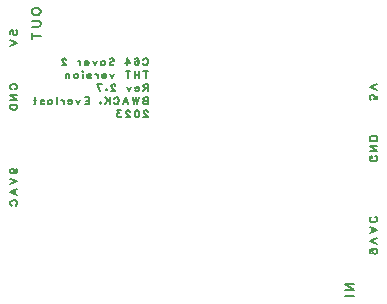
<source format=gbo>
G04 Layer: BottomSilkscreenLayer*
G04 EasyEDA Pro v2.0.34.720dcead, 2023-10-18 14:17:13*
G04 Gerber Generator version 0.3*
G04 Scale: 100 percent, Rotated: No, Reflected: No*
G04 Dimensions in millimeters*
G04 Leading zeros omitted, absolute positions, 3 integers and 3 decimals*
%FSLAX33Y33*%
%MOMM*%
%ADD10C,0.15*%
G75*


G04 Text Start*
G04 //text: 9VAC*
G54D10*
G01X177822Y-106326D02*
G01X177731Y-106357D01*
G01X177672Y-106415D01*
G01X177642Y-106504D01*
G01Y-106534D01*
G01X177672Y-106623D01*
G01X177731Y-106682D01*
G01X177822Y-106712D01*
G01X177850D01*
G01X177939Y-106682D01*
G01X178000Y-106623D01*
G01X178028Y-106534D01*
G01Y-106504D01*
G01X178000Y-106415D01*
G01X177939Y-106357D01*
G01X177822Y-106326D01*
G01X177672D01*
G01X177525Y-106357D01*
G01X177436Y-106415D01*
G01X177406Y-106504D01*
G01Y-106565D01*
G01X177436Y-106654D01*
G01X177495Y-106682D01*
G01X178028Y-105884D02*
G01X177406Y-105645D01*
G01X178028Y-105409D02*
G01X177406Y-105645D01*
G01X178028Y-104728D02*
G01X177406Y-104967D01*
G01X178028Y-104728D02*
G01X177406Y-104492D01*
G01X177614Y-104878D02*
G01X177614Y-104581D01*
G01X177881Y-103603D02*
G01X177939Y-103634D01*
G01X178000Y-103692D01*
G01X178028Y-103751D01*
G01Y-103870D01*
G01X178000Y-103931D01*
G01X177939Y-103989D01*
G01X177881Y-104020D01*
G01X177792Y-104048D01*
G01X177642D01*
G01X177553Y-104020D01*
G01X177495Y-103989D01*
G01X177436Y-103931D01*
G01X177406Y-103870D01*
G01Y-103751D01*
G01X177436Y-103692D01*
G01X177495Y-103634D01*
G01X177553Y-103603D01*
G04 //text: GND*
G01X177881Y-98451D02*
G01X177940Y-98479D01*
G01X178001Y-98540D01*
G01X178028Y-98598D01*
G01Y-98718D01*
G01X178001Y-98776D01*
G01X177940Y-98837D01*
G01X177881Y-98865D01*
G01X177792Y-98896D01*
G01X177642D01*
G01X177553Y-98865D01*
G01X177495Y-98837D01*
G01X177437Y-98776D01*
G01X177406Y-98718D01*
G01Y-98598D01*
G01X177437Y-98540D01*
G01X177495Y-98479D01*
G01X177553Y-98451D01*
G01X177642D01*
G01X177642Y-98598D02*
G01X177642Y-98451D01*
G01X178028Y-98007D02*
G01X177406Y-98007D01*
G01X178028Y-98007D02*
G01X177406Y-97593D01*
G01X178028Y-97593D02*
G01X177406Y-97593D01*
G01X178028Y-97151D02*
G01X177406Y-97151D01*
G01X178028Y-97151D02*
G01X178028Y-96942D01*
G01X178001Y-96853D01*
G01X177940Y-96792D01*
G01X177881Y-96765D01*
G01X177792Y-96734D01*
G01X177642D01*
G01X177553Y-96765D01*
G01X177495Y-96792D01*
G01X177437Y-96853D01*
G01X177406Y-96942D01*
G01Y-97151D01*
G04 //text: 5V*
G01X178028Y-93334D02*
G01X178028Y-93631D01*
G01X177761Y-93659D01*
G01X177792Y-93631D01*
G01X177822Y-93542D01*
G01Y-93451D01*
G01X177792Y-93362D01*
G01X177731Y-93304D01*
G01X177642Y-93273D01*
G01X177584D01*
G01X177495Y-93304D01*
G01X177436Y-93362D01*
G01X177406Y-93451D01*
G01Y-93542D01*
G01X177436Y-93631D01*
G01X177464Y-93659D01*
G01X177525Y-93690D01*
G01X178028Y-92831D02*
G01X177406Y-92595D01*
G01X178028Y-92356D02*
G01X177406Y-92595D01*
G04 //text: 5V*
G01X146964Y-88149D02*
G01X146964Y-87851D01*
G01X147231Y-87823D01*
G01X147200Y-87851D01*
G01X147170Y-87940D01*
G01Y-88032D01*
G01X147200Y-88121D01*
G01X147261Y-88179D01*
G01X147350Y-88210D01*
G01X147409D01*
G01X147498Y-88179D01*
G01X147556Y-88121D01*
G01X147587Y-88032D01*
G01Y-87940D01*
G01X147556Y-87851D01*
G01X147528Y-87823D01*
G01X147467Y-87793D01*
G01X146964Y-88652D02*
G01X147587Y-88888D01*
G01X146964Y-89126D02*
G01X147587Y-88888D01*
G04 //text: GND*
G01X147112Y-92811D02*
G01X147053Y-92783D01*
G01X146992Y-92722D01*
G01X146964Y-92663D01*
G01Y-92544D01*
G01X146992Y-92486D01*
G01X147053Y-92425D01*
G01X147112Y-92397D01*
G01X147200Y-92366D01*
G01X147350D01*
G01X147439Y-92397D01*
G01X147498Y-92425D01*
G01X147556Y-92486D01*
G01X147587Y-92544D01*
G01Y-92663D01*
G01X147556Y-92722D01*
G01X147498Y-92783D01*
G01X147439Y-92811D01*
G01X147350D01*
G01X147350Y-92663D02*
G01X147350Y-92811D01*
G01X146964Y-93255D02*
G01X147587Y-93255D01*
G01X146964Y-93255D02*
G01X147587Y-93669D01*
G01X146964Y-93669D02*
G01X147587Y-93669D01*
G01X146964Y-94111D02*
G01X147587Y-94111D01*
G01X146964Y-94111D02*
G01X146964Y-94320D01*
G01X146992Y-94408D01*
G01X147053Y-94469D01*
G01X147112Y-94497D01*
G01X147200Y-94528D01*
G01X147350D01*
G01X147439Y-94497D01*
G01X147498Y-94469D01*
G01X147556Y-94408D01*
G01X147587Y-94320D01*
G01Y-94111D01*
G04 //text: 9VAC*
G01X147170Y-99921D02*
G01X147261Y-99891D01*
G01X147320Y-99833D01*
G01X147350Y-99744D01*
G01Y-99713D01*
G01X147320Y-99624D01*
G01X147261Y-99566D01*
G01X147170Y-99535D01*
G01X147142D01*
G01X147053Y-99566D01*
G01X146992Y-99624D01*
G01X146964Y-99713D01*
G01Y-99744D01*
G01X146992Y-99833D01*
G01X147053Y-99891D01*
G01X147170Y-99921D01*
G01X147320D01*
G01X147467Y-99891D01*
G01X147556Y-99833D01*
G01X147587Y-99744D01*
G01Y-99683D01*
G01X147556Y-99594D01*
G01X147498Y-99566D01*
G01X146964Y-100363D02*
G01X147587Y-100602D01*
G01X146964Y-100838D02*
G01X147587Y-100602D01*
G01X146964Y-101519D02*
G01X147587Y-101280D01*
G01X146964Y-101519D02*
G01X147587Y-101755D01*
G01X147378Y-101369D02*
G01X147378Y-101666D01*
G01X147112Y-102644D02*
G01X147053Y-102614D01*
G01X146992Y-102555D01*
G01X146964Y-102497D01*
G01Y-102378D01*
G01X146992Y-102317D01*
G01X147053Y-102258D01*
G01X147112Y-102228D01*
G01X147200Y-102200D01*
G01X147350D01*
G01X147439Y-102228D01*
G01X147498Y-102258D01*
G01X147556Y-102317D01*
G01X147587Y-102378D01*
G01Y-102497D01*
G01X147556Y-102555D01*
G01X147498Y-102614D01*
G01X147439Y-102644D01*
G04 //text: IN*
G01X176090Y-110294D02*
G01X175302Y-110294D01*
G01X176090Y-109814D02*
G01X175302Y-109814D01*
G01X176090Y-109814D02*
G01X175302Y-109288D01*
G01X176090Y-109288D02*
G01X175302Y-109288D01*
G04 //text: OUT*
G01X148776Y-86142D02*
G01X148812Y-86066D01*
G01X148888Y-85992D01*
G01X148962Y-85954D01*
G01X149076Y-85916D01*
G01X149261D01*
G01X149376Y-85954D01*
G01X149449Y-85992D01*
G01X149525Y-86066D01*
G01X149564Y-86142D01*
G01Y-86292D01*
G01X149525Y-86366D01*
G01X149449Y-86442D01*
G01X149376Y-86480D01*
G01X149261Y-86516D01*
G01X149076D01*
G01X148962Y-86480D01*
G01X148888Y-86442D01*
G01X148812Y-86366D01*
G01X148776Y-86292D01*
G01Y-86142D01*
G01X148776Y-86996D02*
G01X149337Y-86996D01*
G01X149449Y-87034D01*
G01X149525Y-87110D01*
G01X149564Y-87222D01*
G01Y-87295D01*
G01X149525Y-87410D01*
G01X149449Y-87483D01*
G01X149337Y-87521D01*
G01X148776D01*
G01X148776Y-88263D02*
G01X149564Y-88263D01*
G01X148776Y-88001D02*
G01X148776Y-88527D01*
G04 //text: C64 Saver 2*
G04 THT version*
G04 Rev 2.7*
G04 BWACK, Everlast*
G04 2023*
G01X158227Y-90323D02*
G01X158252Y-90270D01*
G01X158306Y-90217D01*
G01X158359Y-90191D01*
G01X158466D01*
G01X158519Y-90217D01*
G01X158572Y-90270D01*
G01X158598Y-90323D01*
G01X158626Y-90405D01*
G01Y-90537D01*
G01X158598Y-90616D01*
G01X158572Y-90669D01*
G01X158519Y-90722D01*
G01X158466Y-90750D01*
G01X158359D01*
G01X158306Y-90722D01*
G01X158252Y-90669D01*
G01X158227Y-90616D01*
G01X157531Y-90270D02*
G01X157556Y-90217D01*
G01X157637Y-90191D01*
G01X157691D01*
G01X157770Y-90217D01*
G01X157823Y-90298D01*
G01X157848Y-90430D01*
G01Y-90562D01*
G01X157823Y-90669D01*
G01X157770Y-90722D01*
G01X157691Y-90750D01*
G01X157663D01*
G01X157584Y-90722D01*
G01X157531Y-90669D01*
G01X157503Y-90590D01*
G01Y-90562D01*
G01X157531Y-90483D01*
G01X157584Y-90430D01*
G01X157663Y-90405D01*
G01X157691D01*
G01X157770Y-90430D01*
G01X157823Y-90483D01*
G01X157848Y-90562D01*
G01X156860Y-90191D02*
G01X157127Y-90562D01*
G01X156728D01*
G01X156860Y-90191D02*
G01X156860Y-90750D01*
G01X155385Y-90270D02*
G01X155435Y-90217D01*
G01X155517Y-90191D01*
G01X155623D01*
G01X155702Y-90217D01*
G01X155755Y-90270D01*
G01Y-90323D01*
G01X155730Y-90377D01*
G01X155702Y-90405D01*
G01X155649Y-90430D01*
G01X155489Y-90483D01*
G01X155435Y-90509D01*
G01X155410Y-90537D01*
G01X155385Y-90590D01*
G01Y-90669D01*
G01X155435Y-90722D01*
G01X155517Y-90750D01*
G01X155623D01*
G01X155702Y-90722D01*
G01X155755Y-90669D01*
G01X154686Y-90377D02*
G01X154686Y-90750D01*
G01X154686Y-90458D02*
G01X154739Y-90405D01*
G01X154793Y-90377D01*
G01X154874D01*
G01X154927Y-90405D01*
G01X154981Y-90458D01*
G01X155006Y-90537D01*
G01Y-90590D01*
G01X154981Y-90669D01*
G01X154927Y-90722D01*
G01X154874Y-90750D01*
G01X154793D01*
G01X154739Y-90722D01*
G01X154686Y-90669D01*
G01X154310Y-90377D02*
G01X154150Y-90750D01*
G01X153990Y-90377D02*
G01X154150Y-90750D01*
G01X153614Y-90537D02*
G01X153294Y-90537D01*
G01Y-90483D01*
G01X153322Y-90430D01*
G01X153347Y-90405D01*
G01X153401Y-90377D01*
G01X153480D01*
G01X153533Y-90405D01*
G01X153586Y-90458D01*
G01X153614Y-90537D01*
G01Y-90590D01*
G01X153586Y-90669D01*
G01X153533Y-90722D01*
G01X153480Y-90750D01*
G01X153401D01*
G01X153347Y-90722D01*
G01X153294Y-90669D01*
G01X152918Y-90377D02*
G01X152918Y-90750D01*
G01X152918Y-90537D02*
G01X152890Y-90458D01*
G01X152837Y-90405D01*
G01X152784Y-90377D01*
G01X152705D01*
G01X151707Y-90323D02*
G01X151707Y-90298D01*
G01X151679Y-90245D01*
G01X151653Y-90217D01*
G01X151600Y-90191D01*
G01X151493D01*
G01X151440Y-90217D01*
G01X151414Y-90245D01*
G01X151387Y-90298D01*
G01Y-90351D01*
G01X151414Y-90405D01*
G01X151468Y-90483D01*
G01X151732Y-90750D01*
G01X151361D01*
G01X158440Y-91291D02*
G01X158440Y-91850D01*
G01X158626Y-91291D02*
G01X158252Y-91291D01*
G01X157876Y-91291D02*
G01X157876Y-91850D01*
G01X157503Y-91291D02*
G01X157503Y-91850D01*
G01X157876Y-91558D02*
G01X157503Y-91558D01*
G01X156942Y-91291D02*
G01X156942Y-91850D01*
G01X157127Y-91291D02*
G01X156754Y-91291D01*
G01X155781Y-91477D02*
G01X155623Y-91850D01*
G01X155463Y-91477D02*
G01X155623Y-91850D01*
G01X155085Y-91637D02*
G01X154767Y-91637D01*
G01Y-91583D01*
G01X154793Y-91530D01*
G01X154821Y-91505D01*
G01X154874Y-91477D01*
G01X154953D01*
G01X155006Y-91505D01*
G01X155059Y-91558D01*
G01X155085Y-91637D01*
G01Y-91690D01*
G01X155059Y-91769D01*
G01X155006Y-91822D01*
G01X154953Y-91850D01*
G01X154874D01*
G01X154821Y-91822D01*
G01X154767Y-91769D01*
G01X154389Y-91477D02*
G01X154389Y-91850D01*
G01X154389Y-91637D02*
G01X154363Y-91558D01*
G01X154310Y-91505D01*
G01X154257Y-91477D01*
G01X154178D01*
G01X153507Y-91558D02*
G01X153533Y-91505D01*
G01X153614Y-91477D01*
G01X153693D01*
G01X153772Y-91505D01*
G01X153800Y-91558D01*
G01X153772Y-91611D01*
G01X153721Y-91637D01*
G01X153586Y-91662D01*
G01X153533Y-91690D01*
G01X153507Y-91743D01*
G01Y-91769D01*
G01X153533Y-91822D01*
G01X153614Y-91850D01*
G01X153693D01*
G01X153772Y-91822D01*
G01X153800Y-91769D01*
G01X153129Y-91291D02*
G01X153104Y-91319D01*
G01X153076Y-91291D01*
G01X153104Y-91266D01*
G01X153129Y-91291D01*
G01X153104Y-91477D02*
G01X153104Y-91850D01*
G01X152565Y-91477D02*
G01X152618Y-91505D01*
G01X152672Y-91558D01*
G01X152700Y-91637D01*
G01Y-91690D01*
G01X152672Y-91769D01*
G01X152618Y-91822D01*
G01X152565Y-91850D01*
G01X152486D01*
G01X152433Y-91822D01*
G01X152380Y-91769D01*
G01X152354Y-91690D01*
G01Y-91637D01*
G01X152380Y-91558D01*
G01X152433Y-91505D01*
G01X152486Y-91477D01*
G01X152565D01*
G01X151976Y-91477D02*
G01X151976Y-91850D01*
G01X151976Y-91583D02*
G01X151897Y-91505D01*
G01X151844Y-91477D01*
G01X151765D01*
G01X151712Y-91505D01*
G01X151684Y-91583D01*
G01Y-91850D01*
G01X158626Y-92391D02*
G01X158626Y-92950D01*
G01X158626Y-92391D02*
G01X158387Y-92391D01*
G01X158306Y-92419D01*
G01X158280Y-92444D01*
G01X158252Y-92498D01*
G01Y-92551D01*
G01X158280Y-92604D01*
G01X158306Y-92630D01*
G01X158387Y-92658D01*
G01X158626D01*
G01X158440Y-92658D02*
G01X158252Y-92950D01*
G01X157876Y-92736D02*
G01X157556Y-92736D01*
G01Y-92683D01*
G01X157584Y-92630D01*
G01X157610Y-92604D01*
G01X157663Y-92576D01*
G01X157742D01*
G01X157795Y-92604D01*
G01X157848Y-92658D01*
G01X157876Y-92736D01*
G01Y-92790D01*
G01X157848Y-92868D01*
G01X157795Y-92922D01*
G01X157742Y-92950D01*
G01X157663D01*
G01X157610Y-92922D01*
G01X157556Y-92868D01*
G01X157180Y-92576D02*
G01X157020Y-92950D01*
G01X156860Y-92576D02*
G01X157020Y-92950D01*
G01X155862Y-92523D02*
G01X155862Y-92498D01*
G01X155834Y-92444D01*
G01X155809Y-92419D01*
G01X155755Y-92391D01*
G01X155649D01*
G01X155595Y-92419D01*
G01X155570Y-92444D01*
G01X155542Y-92498D01*
G01Y-92551D01*
G01X155570Y-92604D01*
G01X155623Y-92683D01*
G01X155887Y-92950D01*
G01X155517D01*
G01X155113Y-92815D02*
G01X155138Y-92843D01*
G01X155113Y-92868D01*
G01X155085Y-92843D01*
G01X155113Y-92815D01*
G01X154335Y-92391D02*
G01X154602Y-92950D01*
G01X154709Y-92391D02*
G01X154335Y-92391D01*
G01X158626Y-93491D02*
G01X158626Y-94050D01*
G01X158626Y-93491D02*
G01X158387Y-93491D01*
G01X158306Y-93519D01*
G01X158280Y-93544D01*
G01X158252Y-93597D01*
G01Y-93651D01*
G01X158280Y-93704D01*
G01X158306Y-93730D01*
G01X158387Y-93757D01*
G01X158626Y-93757D02*
G01X158387Y-93757D01*
G01X158306Y-93783D01*
G01X158280Y-93811D01*
G01X158252Y-93864D01*
G01Y-93943D01*
G01X158280Y-93996D01*
G01X158306Y-94022D01*
G01X158387Y-94050D01*
G01X158626D01*
G01X157876Y-93491D02*
G01X157742Y-94050D01*
G01X157610Y-93491D02*
G01X157742Y-94050D01*
G01X157610Y-93491D02*
G01X157477Y-94050D01*
G01X157345Y-93491D02*
G01X157477Y-94050D01*
G01X156754Y-93491D02*
G01X156967Y-94050D01*
G01X156754Y-93491D02*
G01X156543Y-94050D01*
G01X156888Y-93864D02*
G01X156621Y-93864D01*
G01X155766Y-93623D02*
G01X155793Y-93572D01*
G01X155847Y-93519D01*
G01X155898Y-93491D01*
G01X156004D01*
G01X156058Y-93519D01*
G01X156111Y-93572D01*
G01X156139Y-93623D01*
G01X156164Y-93704D01*
G01Y-93836D01*
G01X156139Y-93918D01*
G01X156111Y-93968D01*
G01X156058Y-94022D01*
G01X156004Y-94050D01*
G01X155898D01*
G01X155847Y-94022D01*
G01X155793Y-93968D01*
G01X155766Y-93918D01*
G01X155390Y-93491D02*
G01X155390Y-94050D01*
G01X155016Y-93491D02*
G01X155390Y-93864D01*
G01X155255Y-93730D02*
G01X155016Y-94050D01*
G01X154587Y-93943D02*
G01X154612Y-93968D01*
G01X154640Y-93943D01*
G01X154612Y-93918D01*
G01X154587Y-93943D01*
G01Y-93996D01*
G01X154640Y-94050D01*
G01X153614Y-93491D02*
G01X153614Y-94050D01*
G01X153614Y-93491D02*
G01X153269Y-93491D01*
G01X153614Y-93757D02*
G01X153401Y-93757D01*
G01X153614Y-94050D02*
G01X153269Y-94050D01*
G01X152890Y-93676D02*
G01X152730Y-94050D01*
G01X152573Y-93676D02*
G01X152730Y-94050D01*
G01X152194Y-93836D02*
G01X151877Y-93836D01*
G01Y-93783D01*
G01X151902Y-93730D01*
G01X151928Y-93704D01*
G01X151981Y-93676D01*
G01X152062D01*
G01X152116Y-93704D01*
G01X152169Y-93757D01*
G01X152194Y-93836D01*
G01Y-93890D01*
G01X152169Y-93968D01*
G01X152116Y-94022D01*
G01X152062Y-94050D01*
G01X151981D01*
G01X151928Y-94022D01*
G01X151877Y-93968D01*
G01X151498Y-93676D02*
G01X151498Y-94050D01*
G01X151498Y-93836D02*
G01X151470Y-93757D01*
G01X151420Y-93704D01*
G01X151366Y-93676D01*
G01X151285D01*
G01X150909Y-93491D02*
G01X150909Y-94050D01*
G01X150213Y-93676D02*
G01X150213Y-94050D01*
G01X150213Y-93757D02*
G01X150264Y-93704D01*
G01X150317Y-93676D01*
G01X150398D01*
G01X150452Y-93704D01*
G01X150505Y-93757D01*
G01X150531Y-93836D01*
G01Y-93890D01*
G01X150505Y-93968D01*
G01X150452Y-94022D01*
G01X150398Y-94050D01*
G01X150317D01*
G01X150264Y-94022D01*
G01X150213Y-93968D01*
G01X149543Y-93757D02*
G01X149568Y-93704D01*
G01X149649Y-93676D01*
G01X149728D01*
G01X149807Y-93704D01*
G01X149835Y-93757D01*
G01X149807Y-93811D01*
G01X149756Y-93836D01*
G01X149621Y-93864D01*
G01X149568Y-93890D01*
G01X149543Y-93943D01*
G01Y-93968D01*
G01X149568Y-94022D01*
G01X149649Y-94050D01*
G01X149728D01*
G01X149807Y-94022D01*
G01X149835Y-93968D01*
G01X149085Y-93491D02*
G01X149085Y-93943D01*
G01X149057Y-94022D01*
G01X149007Y-94050D01*
G01X148953D01*
G01X149164Y-93676D02*
G01X148979Y-93676D01*
G01X158598Y-94725D02*
G01X158598Y-94697D01*
G01X158572Y-94644D01*
G01X158544Y-94619D01*
G01X158491Y-94591D01*
G01X158387D01*
G01X158333Y-94619D01*
G01X158306Y-94644D01*
G01X158280Y-94697D01*
G01Y-94751D01*
G01X158306Y-94804D01*
G01X158359Y-94883D01*
G01X158626Y-95149D01*
G01X158252D01*
G01X157716Y-94591D02*
G01X157795Y-94619D01*
G01X157848Y-94697D01*
G01X157876Y-94829D01*
G01Y-94911D01*
G01X157848Y-95043D01*
G01X157795Y-95121D01*
G01X157716Y-95149D01*
G01X157663D01*
G01X157584Y-95121D01*
G01X157531Y-95043D01*
G01X157503Y-94911D01*
G01Y-94829D01*
G01X157531Y-94697D01*
G01X157584Y-94619D01*
G01X157663Y-94591D01*
G01X157716D01*
G01X157099Y-94725D02*
G01X157099Y-94697D01*
G01X157074Y-94644D01*
G01X157046Y-94619D01*
G01X156992Y-94591D01*
G01X156888D01*
G01X156835Y-94619D01*
G01X156807Y-94644D01*
G01X156782Y-94697D01*
G01Y-94751D01*
G01X156807Y-94804D01*
G01X156860Y-94883D01*
G01X157127Y-95149D01*
G01X156754D01*
G01X156324Y-94591D02*
G01X156032Y-94591D01*
G01X156190Y-94804D01*
G01X156111D01*
G01X156058Y-94829D01*
G01X156032Y-94857D01*
G01X156004Y-94936D01*
G01Y-94989D01*
G01X156032Y-95068D01*
G01X156086Y-95121D01*
G01X156164Y-95149D01*
G01X156243D01*
G01X156324Y-95121D01*
G01X156350Y-95096D01*
G01X156378Y-95043D01*
G04 Text End*

M02*

</source>
